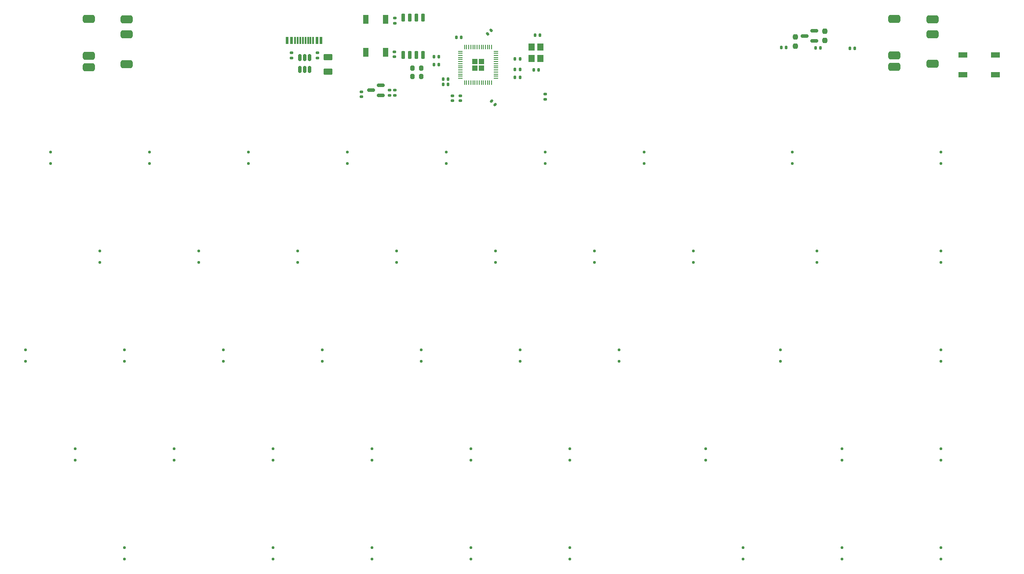
<source format=gbr>
%TF.GenerationSoftware,KiCad,Pcbnew,7.0.9*%
%TF.CreationDate,2024-01-14T20:09:13+01:00*%
%TF.ProjectId,right_pcb,72696768-745f-4706-9362-2e6b69636164,rev?*%
%TF.SameCoordinates,Original*%
%TF.FileFunction,Paste,Bot*%
%TF.FilePolarity,Positive*%
%FSLAX46Y46*%
G04 Gerber Fmt 4.6, Leading zero omitted, Abs format (unit mm)*
G04 Created by KiCad (PCBNEW 7.0.9) date 2024-01-14 20:09:13*
%MOMM*%
%LPD*%
G01*
G04 APERTURE LIST*
G04 Aperture macros list*
%AMRoundRect*
0 Rectangle with rounded corners*
0 $1 Rounding radius*
0 $2 $3 $4 $5 $6 $7 $8 $9 X,Y pos of 4 corners*
0 Add a 4 corners polygon primitive as box body*
4,1,4,$2,$3,$4,$5,$6,$7,$8,$9,$2,$3,0*
0 Add four circle primitives for the rounded corners*
1,1,$1+$1,$2,$3*
1,1,$1+$1,$4,$5*
1,1,$1+$1,$6,$7*
1,1,$1+$1,$8,$9*
0 Add four rect primitives between the rounded corners*
20,1,$1+$1,$2,$3,$4,$5,0*
20,1,$1+$1,$4,$5,$6,$7,0*
20,1,$1+$1,$6,$7,$8,$9,0*
20,1,$1+$1,$8,$9,$2,$3,0*%
G04 Aperture macros list end*
%ADD10RoundRect,0.140000X-0.170000X0.140000X-0.170000X-0.140000X0.170000X-0.140000X0.170000X0.140000X0*%
%ADD11RoundRect,0.140000X-0.140000X-0.170000X0.140000X-0.170000X0.140000X0.170000X-0.140000X0.170000X0*%
%ADD12RoundRect,0.125000X0.125000X-0.125000X0.125000X0.125000X-0.125000X0.125000X-0.125000X-0.125000X0*%
%ADD13RoundRect,0.250000X-0.292217X0.292217X-0.292217X-0.292217X0.292217X-0.292217X0.292217X0.292217X0*%
%ADD14RoundRect,0.050000X-0.050000X0.387500X-0.050000X-0.387500X0.050000X-0.387500X0.050000X0.387500X0*%
%ADD15RoundRect,0.050000X-0.387500X0.050000X-0.387500X-0.050000X0.387500X-0.050000X0.387500X0.050000X0*%
%ADD16RoundRect,0.140000X0.170000X-0.140000X0.170000X0.140000X-0.170000X0.140000X-0.170000X-0.140000X0*%
%ADD17RoundRect,0.237500X0.237500X-0.250000X0.237500X0.250000X-0.237500X0.250000X-0.237500X-0.250000X0*%
%ADD18RoundRect,0.150000X-0.150000X0.650000X-0.150000X-0.650000X0.150000X-0.650000X0.150000X0.650000X0*%
%ADD19RoundRect,0.150000X0.150000X-0.512500X0.150000X0.512500X-0.150000X0.512500X-0.150000X-0.512500X0*%
%ADD20RoundRect,0.140000X0.140000X0.170000X-0.140000X0.170000X-0.140000X-0.170000X0.140000X-0.170000X0*%
%ADD21RoundRect,0.200000X-0.200000X-0.275000X0.200000X-0.275000X0.200000X0.275000X-0.200000X0.275000X0*%
%ADD22RoundRect,0.400000X0.750000X0.400000X-0.750000X0.400000X-0.750000X-0.400000X0.750000X-0.400000X0*%
%ADD23RoundRect,0.250000X-0.625000X0.375000X-0.625000X-0.375000X0.625000X-0.375000X0.625000X0.375000X0*%
%ADD24R,1.200000X1.400000*%
%ADD25RoundRect,0.150000X0.587500X0.150000X-0.587500X0.150000X-0.587500X-0.150000X0.587500X-0.150000X0*%
%ADD26RoundRect,0.135000X-0.185000X0.135000X-0.185000X-0.135000X0.185000X-0.135000X0.185000X0.135000X0*%
%ADD27RoundRect,0.135000X0.185000X-0.135000X0.185000X0.135000X-0.185000X0.135000X-0.185000X-0.135000X0*%
%ADD28RoundRect,0.135000X0.135000X0.185000X-0.135000X0.185000X-0.135000X-0.185000X0.135000X-0.185000X0*%
%ADD29RoundRect,0.237500X-0.237500X0.250000X-0.237500X-0.250000X0.237500X-0.250000X0.237500X0.250000X0*%
%ADD30R,1.700000X1.000000*%
%ADD31RoundRect,0.140000X0.021213X-0.219203X0.219203X-0.021213X-0.021213X0.219203X-0.219203X0.021213X0*%
%ADD32R,0.600000X1.450000*%
%ADD33R,0.300000X1.450000*%
%ADD34R,1.000000X1.700000*%
%ADD35RoundRect,0.140000X-0.219203X-0.021213X-0.021213X-0.219203X0.219203X0.021213X0.021213X0.219203X0*%
G04 APERTURE END LIST*
D10*
%TO.C,C17*%
X116432850Y-56627000D03*
X116432850Y-57587000D03*
%TD*%
D11*
%TO.C,C6*%
X139543207Y-54119000D03*
X140503207Y-54119000D03*
%TD*%
D12*
%TO.C,D46*%
X92937500Y-146925000D03*
X92937500Y-144725000D03*
%TD*%
%TO.C,D56*%
X131037500Y-146925000D03*
X131037500Y-144725000D03*
%TD*%
D13*
%TO.C,U3*%
X133072457Y-51068500D03*
X131797457Y-51068500D03*
X133072457Y-52343500D03*
X131797457Y-52343500D03*
D14*
X129834957Y-48268500D03*
X130234957Y-48268500D03*
X130634957Y-48268500D03*
X131034957Y-48268500D03*
X131434957Y-48268500D03*
X131834957Y-48268500D03*
X132234957Y-48268500D03*
X132634957Y-48268500D03*
X133034957Y-48268500D03*
X133434957Y-48268500D03*
X133834957Y-48268500D03*
X134234957Y-48268500D03*
X134634957Y-48268500D03*
X135034957Y-48268500D03*
D15*
X135872457Y-49106000D03*
X135872457Y-49506000D03*
X135872457Y-49906000D03*
X135872457Y-50306000D03*
X135872457Y-50706000D03*
X135872457Y-51106000D03*
X135872457Y-51506000D03*
X135872457Y-51906000D03*
X135872457Y-52306000D03*
X135872457Y-52706000D03*
X135872457Y-53106000D03*
X135872457Y-53506000D03*
X135872457Y-53906000D03*
X135872457Y-54306000D03*
D14*
X135034957Y-55143500D03*
X134634957Y-55143500D03*
X134234957Y-55143500D03*
X133834957Y-55143500D03*
X133434957Y-55143500D03*
X133034957Y-55143500D03*
X132634957Y-55143500D03*
X132234957Y-55143500D03*
X131834957Y-55143500D03*
X131434957Y-55143500D03*
X131034957Y-55143500D03*
X130634957Y-55143500D03*
X130234957Y-55143500D03*
X129834957Y-55143500D03*
D15*
X128997457Y-54306000D03*
X128997457Y-53906000D03*
X128997457Y-53506000D03*
X128997457Y-53106000D03*
X128997457Y-52706000D03*
X128997457Y-52306000D03*
X128997457Y-51906000D03*
X128997457Y-51506000D03*
X128997457Y-51106000D03*
X128997457Y-50706000D03*
X128997457Y-50306000D03*
X128997457Y-49906000D03*
X128997457Y-49506000D03*
X128997457Y-49106000D03*
%TD*%
D16*
%TO.C,C1*%
X116332175Y-50175700D03*
X116332175Y-49215700D03*
%TD*%
D12*
%TO.C,D53*%
X135800000Y-89775000D03*
X135800000Y-87575000D03*
%TD*%
%TO.C,D38*%
X69125000Y-70725000D03*
X69125000Y-68525000D03*
%TD*%
%TO.C,D43*%
X97700000Y-89775000D03*
X97700000Y-87575000D03*
%TD*%
%TO.C,D52*%
X126275000Y-70725000D03*
X126275000Y-68525000D03*
%TD*%
D17*
%TO.C,R9*%
X193512800Y-48144400D03*
X193512800Y-46319400D03*
%TD*%
D16*
%TO.C,C7*%
X115416850Y-57587000D03*
X115416850Y-56627000D03*
%TD*%
D12*
%TO.C,D36*%
X54837500Y-127875000D03*
X54837500Y-125675000D03*
%TD*%
%TO.C,D67*%
X192950000Y-70725000D03*
X192950000Y-68525000D03*
%TD*%
%TO.C,D39*%
X78650000Y-89775000D03*
X78650000Y-87575000D03*
%TD*%
D18*
%TO.C,U1*%
X117982175Y-42618700D03*
X119252175Y-42618700D03*
X120522175Y-42618700D03*
X121792175Y-42618700D03*
X121792175Y-49818700D03*
X120522175Y-49818700D03*
X119252175Y-49818700D03*
X117982175Y-49818700D03*
%TD*%
D10*
%TO.C,C9*%
X128974207Y-57703000D03*
X128974207Y-58663000D03*
%TD*%
D12*
%TO.C,D66*%
X183425000Y-146925000D03*
X183425000Y-144725000D03*
%TD*%
D19*
%TO.C,U2*%
X99976175Y-52576200D03*
X99026175Y-52576200D03*
X98076175Y-52576200D03*
X98076175Y-50301200D03*
X99026175Y-50301200D03*
X99976175Y-50301200D03*
%TD*%
D20*
%TO.C,C8*%
X126675975Y-55487750D03*
X125715975Y-55487750D03*
%TD*%
D16*
%TO.C,C16*%
X109952975Y-57873250D03*
X109952975Y-56913250D03*
%TD*%
D12*
%TO.C,D47*%
X107225000Y-70725000D03*
X107225000Y-68525000D03*
%TD*%
%TO.C,D68*%
X197713000Y-89775000D03*
X197713000Y-87575000D03*
%TD*%
D20*
%TO.C,C3*%
X144074975Y-52693750D03*
X143114975Y-52693750D03*
%TD*%
D21*
%TO.C,R6*%
X119798850Y-54006000D03*
X121448850Y-54006000D03*
%TD*%
D22*
%TO.C,J4*%
X219904400Y-51544800D03*
X219904400Y-45844800D03*
X212604400Y-42844800D03*
X219904400Y-42944800D03*
X212604400Y-52144800D03*
X212604400Y-49944800D03*
%TD*%
D12*
%TO.C,D75*%
X221525000Y-127875000D03*
X221525000Y-125675000D03*
%TD*%
D23*
%TO.C,F1*%
X103522175Y-50238700D03*
X103522175Y-53038700D03*
%TD*%
D12*
%TO.C,D41*%
X73887500Y-127875000D03*
X73887500Y-125675000D03*
%TD*%
%TO.C,D48*%
X116750000Y-89775000D03*
X116750000Y-87575000D03*
%TD*%
D24*
%TO.C,Y1*%
X142729207Y-50520000D03*
X142729207Y-48320000D03*
X144429207Y-48320000D03*
X144429207Y-50520000D03*
%TD*%
D12*
%TO.C,D54*%
X121512500Y-108825000D03*
X121512500Y-106625000D03*
%TD*%
D25*
%TO.C,Q1*%
X197162800Y-45194400D03*
X197162800Y-47094400D03*
X195287800Y-46144400D03*
%TD*%
D12*
%TO.C,D35*%
X45312500Y-108825000D03*
X45312500Y-106625000D03*
%TD*%
%TO.C,D34*%
X59600000Y-89775000D03*
X59600000Y-87575000D03*
%TD*%
%TO.C,D65*%
X176281500Y-127875000D03*
X176281500Y-125675000D03*
%TD*%
%TO.C,D40*%
X64362500Y-108825000D03*
X64362500Y-106625000D03*
%TD*%
%TO.C,D50*%
X111987500Y-127875000D03*
X111987500Y-125675000D03*
%TD*%
%TO.C,D59*%
X140562500Y-108825000D03*
X140562500Y-106625000D03*
%TD*%
D26*
%TO.C,R2*%
X145322175Y-57338700D03*
X145322175Y-58358700D03*
%TD*%
D10*
%TO.C,C14*%
X127450207Y-57703000D03*
X127450207Y-58663000D03*
%TD*%
D11*
%TO.C,C10*%
X139543207Y-52595000D03*
X140503207Y-52595000D03*
%TD*%
D20*
%TO.C,C13*%
X124882207Y-51706000D03*
X123922207Y-51706000D03*
%TD*%
D12*
%TO.C,D37*%
X64362500Y-146925000D03*
X64362500Y-144725000D03*
%TD*%
%TO.C,D49*%
X102462500Y-108825000D03*
X102462500Y-106625000D03*
%TD*%
D27*
%TO.C,R1*%
X116422175Y-43748700D03*
X116422175Y-42728700D03*
%TD*%
D12*
%TO.C,D58*%
X154850000Y-89775000D03*
X154850000Y-87575000D03*
%TD*%
D28*
%TO.C,R7*%
X140533207Y-50563000D03*
X139513207Y-50563000D03*
%TD*%
D26*
%TO.C,R3*%
X96517925Y-49420575D03*
X96517925Y-50440575D03*
%TD*%
D12*
%TO.C,D70*%
X202475000Y-127875000D03*
X202475000Y-125675000D03*
%TD*%
%TO.C,D42*%
X88175000Y-70725000D03*
X88175000Y-68525000D03*
%TD*%
D22*
%TO.C,J3*%
X64734957Y-51556000D03*
X64734957Y-45856000D03*
X57434957Y-42856000D03*
X64734957Y-42956000D03*
X57434957Y-52156000D03*
X57434957Y-49956000D03*
%TD*%
D20*
%TO.C,C15*%
X129215975Y-46470750D03*
X128255975Y-46470750D03*
%TD*%
D11*
%TO.C,C2*%
X143368975Y-45991000D03*
X144328975Y-45991000D03*
%TD*%
D12*
%TO.C,D73*%
X221525000Y-89775000D03*
X221525000Y-87575000D03*
%TD*%
D29*
%TO.C,R8*%
X199162800Y-45231900D03*
X199162800Y-47056900D03*
%TD*%
D12*
%TO.C,D51*%
X111987500Y-146925000D03*
X111987500Y-144725000D03*
%TD*%
D26*
%TO.C,R4*%
X101470925Y-49420575D03*
X101470925Y-50440575D03*
%TD*%
D12*
%TO.C,D60*%
X150087500Y-127875000D03*
X150087500Y-125675000D03*
%TD*%
%TO.C,D44*%
X83412500Y-108825000D03*
X83412500Y-106625000D03*
%TD*%
D21*
%TO.C,R5*%
X119798850Y-52355000D03*
X121448850Y-52355000D03*
%TD*%
D11*
%TO.C,C18*%
X190782800Y-48394400D03*
X191742800Y-48394400D03*
%TD*%
%TO.C,C20*%
X204002800Y-48544400D03*
X204962800Y-48544400D03*
%TD*%
D12*
%TO.C,D71*%
X202475000Y-146925000D03*
X202475000Y-144725000D03*
%TD*%
%TO.C,D55*%
X131037500Y-127875000D03*
X131037500Y-125675000D03*
%TD*%
%TO.C,D45*%
X92937500Y-127875000D03*
X92937500Y-125675000D03*
%TD*%
%TO.C,D72*%
X221525000Y-70725000D03*
X221525000Y-68525000D03*
%TD*%
%TO.C,D33*%
X50075000Y-70725000D03*
X50075000Y-68525000D03*
%TD*%
%TO.C,D61*%
X150087500Y-146925000D03*
X150087500Y-144725000D03*
%TD*%
D11*
%TO.C,C19*%
X197412800Y-48494400D03*
X198372800Y-48494400D03*
%TD*%
D20*
%TO.C,C4*%
X126675975Y-54471750D03*
X125715975Y-54471750D03*
%TD*%
D30*
%TO.C,SW_RESET1*%
X232054400Y-49844800D03*
X225754400Y-49844800D03*
X232054400Y-53644800D03*
X225754400Y-53644800D03*
%TD*%
D12*
%TO.C,D62*%
X164375000Y-70725000D03*
X164375000Y-68525000D03*
%TD*%
%TO.C,D63*%
X173900000Y-89775000D03*
X173900000Y-87575000D03*
%TD*%
D20*
%TO.C,C5*%
X124882207Y-50182000D03*
X123922207Y-50182000D03*
%TD*%
D31*
%TO.C,C12*%
X134238564Y-45794161D03*
X134917386Y-45115339D03*
%TD*%
D32*
%TO.C,J1*%
X95680925Y-47006450D03*
X96480925Y-47006450D03*
D33*
X97680925Y-47006450D03*
X98680925Y-47006450D03*
X99180925Y-47006450D03*
X100180925Y-47006450D03*
D32*
X101380925Y-47006450D03*
X102180925Y-47006450D03*
X102180925Y-47006450D03*
X101380925Y-47006450D03*
D33*
X100680925Y-47006450D03*
X99680925Y-47006450D03*
X98180925Y-47006450D03*
X97180925Y-47006450D03*
D32*
X96480925Y-47006450D03*
X95680925Y-47006450D03*
%TD*%
D34*
%TO.C,SW_BOOT1*%
X110822175Y-42988700D03*
X110822175Y-49288700D03*
X114622175Y-42988700D03*
X114622175Y-49288700D03*
%TD*%
D12*
%TO.C,D57*%
X145325000Y-70725000D03*
X145325000Y-68525000D03*
%TD*%
D25*
%TO.C,U4*%
X113684475Y-55681250D03*
X113684475Y-57581250D03*
X111809475Y-56631250D03*
%TD*%
D12*
%TO.C,D64*%
X159612500Y-108825000D03*
X159612500Y-106625000D03*
%TD*%
D35*
%TO.C,C11*%
X135016439Y-58672589D03*
X135695261Y-59351411D03*
%TD*%
D12*
%TO.C,D76*%
X221525000Y-146925000D03*
X221525000Y-144725000D03*
%TD*%
%TO.C,D74*%
X221525000Y-108825000D03*
X221525000Y-106625000D03*
%TD*%
%TO.C,D69*%
X190643099Y-108825000D03*
X190643099Y-106625000D03*
%TD*%
M02*

</source>
